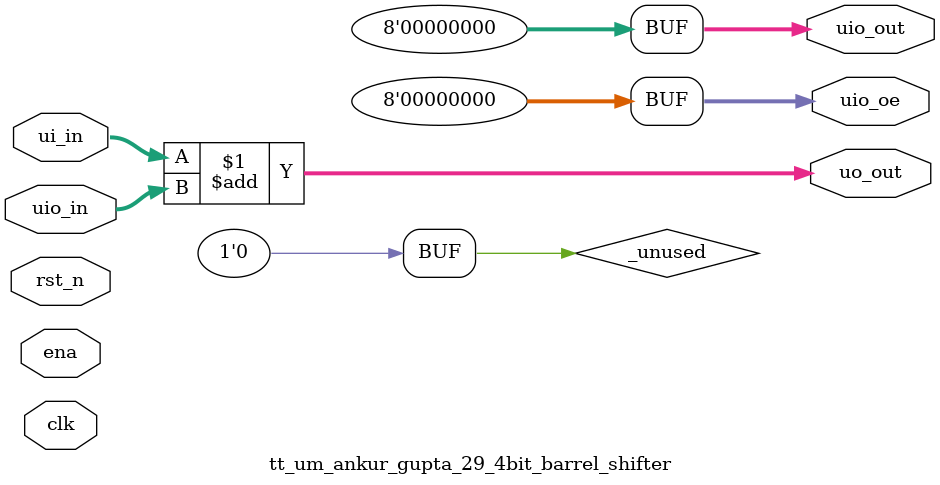
<source format=v>
/*
 * Copyright (c) 2024 Your Name
 * SPDX-License-Identifier: Apache-2.0
 */

`default_nettype none

module tt_um_ankur_gupta_29_4bit_barrel_shifter (
    input  wire [7:0] ui_in,    // Dedicated inputs
    output wire [7:0] uo_out,   // Dedicated outputs
    input  wire [7:0] uio_in,   // IOs: Input path
    output wire [7:0] uio_out,  // IOs: Output path
    output wire [7:0] uio_oe,   // IOs: Enable path (active high: 0=input, 1=output)
    input  wire       ena,      // always 1 when the design is powered, so you can ignore it
    input  wire       clk,      // clock
    input  wire       rst_n     // reset_n - low to reset
);

  // All output pins must be assigned. If not used, assign to 0.
  assign uo_out  = ui_in + uio_in;  // Example: ou_out is the sum of ui_in and uio_in
  assign uio_out = 0;
  assign uio_oe  = 0;

  // List all unused inputs to prevent warnings
  wire _unused = &{ena, clk, rst_n, 1'b0};

endmodule

</source>
